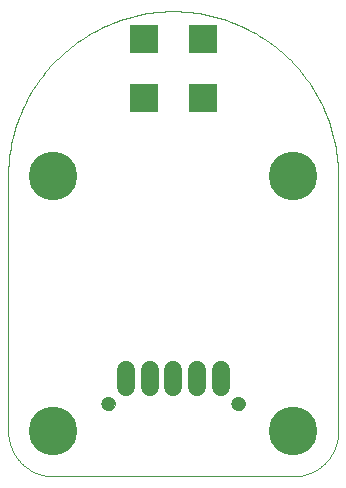
<source format=gbs>
G75*
%MOIN*%
%OFA0B0*%
%FSLAX25Y25*%
%IPPOS*%
%LPD*%
%AMOC8*
5,1,8,0,0,1.08239X$1,22.5*
%
%ADD10C,0.00000*%
%ADD11C,0.16211*%
%ADD12C,0.06000*%
%ADD13C,0.04731*%
%ADD14R,0.09258X0.09258*%
D10*
X0001618Y0018429D02*
X0001618Y0103429D01*
X0032800Y0027661D02*
X0032802Y0027754D01*
X0032808Y0027846D01*
X0032818Y0027938D01*
X0032832Y0028029D01*
X0032849Y0028120D01*
X0032871Y0028210D01*
X0032896Y0028299D01*
X0032925Y0028387D01*
X0032958Y0028473D01*
X0032995Y0028558D01*
X0033035Y0028642D01*
X0033079Y0028723D01*
X0033126Y0028803D01*
X0033176Y0028881D01*
X0033230Y0028956D01*
X0033287Y0029029D01*
X0033347Y0029099D01*
X0033410Y0029167D01*
X0033476Y0029232D01*
X0033544Y0029294D01*
X0033615Y0029354D01*
X0033689Y0029410D01*
X0033765Y0029463D01*
X0033843Y0029512D01*
X0033923Y0029559D01*
X0034005Y0029601D01*
X0034089Y0029641D01*
X0034174Y0029676D01*
X0034261Y0029708D01*
X0034349Y0029737D01*
X0034438Y0029761D01*
X0034528Y0029782D01*
X0034619Y0029798D01*
X0034711Y0029811D01*
X0034803Y0029820D01*
X0034896Y0029825D01*
X0034988Y0029826D01*
X0035081Y0029823D01*
X0035173Y0029816D01*
X0035265Y0029805D01*
X0035356Y0029790D01*
X0035447Y0029772D01*
X0035537Y0029749D01*
X0035625Y0029723D01*
X0035713Y0029693D01*
X0035799Y0029659D01*
X0035883Y0029622D01*
X0035966Y0029580D01*
X0036047Y0029536D01*
X0036127Y0029488D01*
X0036204Y0029437D01*
X0036278Y0029382D01*
X0036351Y0029324D01*
X0036421Y0029264D01*
X0036488Y0029200D01*
X0036552Y0029134D01*
X0036614Y0029064D01*
X0036672Y0028993D01*
X0036727Y0028919D01*
X0036779Y0028842D01*
X0036828Y0028763D01*
X0036874Y0028683D01*
X0036916Y0028600D01*
X0036954Y0028516D01*
X0036989Y0028430D01*
X0037020Y0028343D01*
X0037047Y0028255D01*
X0037070Y0028165D01*
X0037090Y0028075D01*
X0037106Y0027984D01*
X0037118Y0027892D01*
X0037126Y0027800D01*
X0037130Y0027707D01*
X0037130Y0027615D01*
X0037126Y0027522D01*
X0037118Y0027430D01*
X0037106Y0027338D01*
X0037090Y0027247D01*
X0037070Y0027157D01*
X0037047Y0027067D01*
X0037020Y0026979D01*
X0036989Y0026892D01*
X0036954Y0026806D01*
X0036916Y0026722D01*
X0036874Y0026639D01*
X0036828Y0026559D01*
X0036779Y0026480D01*
X0036727Y0026403D01*
X0036672Y0026329D01*
X0036614Y0026258D01*
X0036552Y0026188D01*
X0036488Y0026122D01*
X0036421Y0026058D01*
X0036351Y0025998D01*
X0036278Y0025940D01*
X0036204Y0025885D01*
X0036127Y0025834D01*
X0036048Y0025786D01*
X0035966Y0025742D01*
X0035883Y0025700D01*
X0035799Y0025663D01*
X0035713Y0025629D01*
X0035625Y0025599D01*
X0035537Y0025573D01*
X0035447Y0025550D01*
X0035356Y0025532D01*
X0035265Y0025517D01*
X0035173Y0025506D01*
X0035081Y0025499D01*
X0034988Y0025496D01*
X0034896Y0025497D01*
X0034803Y0025502D01*
X0034711Y0025511D01*
X0034619Y0025524D01*
X0034528Y0025540D01*
X0034438Y0025561D01*
X0034349Y0025585D01*
X0034261Y0025614D01*
X0034174Y0025646D01*
X0034089Y0025681D01*
X0034005Y0025721D01*
X0033923Y0025763D01*
X0033843Y0025810D01*
X0033765Y0025859D01*
X0033689Y0025912D01*
X0033615Y0025968D01*
X0033544Y0026028D01*
X0033476Y0026090D01*
X0033410Y0026155D01*
X0033347Y0026223D01*
X0033287Y0026293D01*
X0033230Y0026366D01*
X0033176Y0026441D01*
X0033126Y0026519D01*
X0033079Y0026599D01*
X0033035Y0026680D01*
X0032995Y0026764D01*
X0032958Y0026849D01*
X0032925Y0026935D01*
X0032896Y0027023D01*
X0032871Y0027112D01*
X0032849Y0027202D01*
X0032832Y0027293D01*
X0032818Y0027384D01*
X0032808Y0027476D01*
X0032802Y0027568D01*
X0032800Y0027661D01*
X0016618Y0003429D02*
X0016256Y0003433D01*
X0015893Y0003447D01*
X0015531Y0003468D01*
X0015170Y0003499D01*
X0014810Y0003538D01*
X0014451Y0003586D01*
X0014093Y0003643D01*
X0013736Y0003708D01*
X0013381Y0003782D01*
X0013028Y0003865D01*
X0012677Y0003956D01*
X0012329Y0004055D01*
X0011983Y0004163D01*
X0011639Y0004279D01*
X0011299Y0004404D01*
X0010962Y0004536D01*
X0010628Y0004677D01*
X0010297Y0004826D01*
X0009970Y0004983D01*
X0009647Y0005147D01*
X0009328Y0005319D01*
X0009014Y0005499D01*
X0008703Y0005687D01*
X0008398Y0005882D01*
X0008097Y0006084D01*
X0007801Y0006294D01*
X0007511Y0006510D01*
X0007225Y0006734D01*
X0006945Y0006964D01*
X0006671Y0007201D01*
X0006403Y0007445D01*
X0006140Y0007695D01*
X0005884Y0007951D01*
X0005634Y0008214D01*
X0005390Y0008482D01*
X0005153Y0008756D01*
X0004923Y0009036D01*
X0004699Y0009322D01*
X0004483Y0009612D01*
X0004273Y0009908D01*
X0004071Y0010209D01*
X0003876Y0010514D01*
X0003688Y0010825D01*
X0003508Y0011139D01*
X0003336Y0011458D01*
X0003172Y0011781D01*
X0003015Y0012108D01*
X0002866Y0012439D01*
X0002725Y0012773D01*
X0002593Y0013110D01*
X0002468Y0013450D01*
X0002352Y0013794D01*
X0002244Y0014140D01*
X0002145Y0014488D01*
X0002054Y0014839D01*
X0001971Y0015192D01*
X0001897Y0015547D01*
X0001832Y0015904D01*
X0001775Y0016262D01*
X0001727Y0016621D01*
X0001688Y0016981D01*
X0001657Y0017342D01*
X0001636Y0017704D01*
X0001622Y0018067D01*
X0001618Y0018429D01*
X0016618Y0003429D02*
X0096618Y0003429D01*
X0096980Y0003433D01*
X0097343Y0003447D01*
X0097705Y0003468D01*
X0098066Y0003499D01*
X0098426Y0003538D01*
X0098785Y0003586D01*
X0099143Y0003643D01*
X0099500Y0003708D01*
X0099855Y0003782D01*
X0100208Y0003865D01*
X0100559Y0003956D01*
X0100907Y0004055D01*
X0101253Y0004163D01*
X0101597Y0004279D01*
X0101937Y0004404D01*
X0102274Y0004536D01*
X0102608Y0004677D01*
X0102939Y0004826D01*
X0103266Y0004983D01*
X0103589Y0005147D01*
X0103908Y0005319D01*
X0104222Y0005499D01*
X0104533Y0005687D01*
X0104838Y0005882D01*
X0105139Y0006084D01*
X0105435Y0006294D01*
X0105725Y0006510D01*
X0106011Y0006734D01*
X0106291Y0006964D01*
X0106565Y0007201D01*
X0106833Y0007445D01*
X0107096Y0007695D01*
X0107352Y0007951D01*
X0107602Y0008214D01*
X0107846Y0008482D01*
X0108083Y0008756D01*
X0108313Y0009036D01*
X0108537Y0009322D01*
X0108753Y0009612D01*
X0108963Y0009908D01*
X0109165Y0010209D01*
X0109360Y0010514D01*
X0109548Y0010825D01*
X0109728Y0011139D01*
X0109900Y0011458D01*
X0110064Y0011781D01*
X0110221Y0012108D01*
X0110370Y0012439D01*
X0110511Y0012773D01*
X0110643Y0013110D01*
X0110768Y0013450D01*
X0110884Y0013794D01*
X0110992Y0014140D01*
X0111091Y0014488D01*
X0111182Y0014839D01*
X0111265Y0015192D01*
X0111339Y0015547D01*
X0111404Y0015904D01*
X0111461Y0016262D01*
X0111509Y0016621D01*
X0111548Y0016981D01*
X0111579Y0017342D01*
X0111600Y0017704D01*
X0111614Y0018067D01*
X0111618Y0018429D01*
X0111618Y0103429D01*
X0076107Y0027661D02*
X0076109Y0027754D01*
X0076115Y0027846D01*
X0076125Y0027938D01*
X0076139Y0028029D01*
X0076156Y0028120D01*
X0076178Y0028210D01*
X0076203Y0028299D01*
X0076232Y0028387D01*
X0076265Y0028473D01*
X0076302Y0028558D01*
X0076342Y0028642D01*
X0076386Y0028723D01*
X0076433Y0028803D01*
X0076483Y0028881D01*
X0076537Y0028956D01*
X0076594Y0029029D01*
X0076654Y0029099D01*
X0076717Y0029167D01*
X0076783Y0029232D01*
X0076851Y0029294D01*
X0076922Y0029354D01*
X0076996Y0029410D01*
X0077072Y0029463D01*
X0077150Y0029512D01*
X0077230Y0029559D01*
X0077312Y0029601D01*
X0077396Y0029641D01*
X0077481Y0029676D01*
X0077568Y0029708D01*
X0077656Y0029737D01*
X0077745Y0029761D01*
X0077835Y0029782D01*
X0077926Y0029798D01*
X0078018Y0029811D01*
X0078110Y0029820D01*
X0078203Y0029825D01*
X0078295Y0029826D01*
X0078388Y0029823D01*
X0078480Y0029816D01*
X0078572Y0029805D01*
X0078663Y0029790D01*
X0078754Y0029772D01*
X0078844Y0029749D01*
X0078932Y0029723D01*
X0079020Y0029693D01*
X0079106Y0029659D01*
X0079190Y0029622D01*
X0079273Y0029580D01*
X0079354Y0029536D01*
X0079434Y0029488D01*
X0079511Y0029437D01*
X0079585Y0029382D01*
X0079658Y0029324D01*
X0079728Y0029264D01*
X0079795Y0029200D01*
X0079859Y0029134D01*
X0079921Y0029064D01*
X0079979Y0028993D01*
X0080034Y0028919D01*
X0080086Y0028842D01*
X0080135Y0028763D01*
X0080181Y0028683D01*
X0080223Y0028600D01*
X0080261Y0028516D01*
X0080296Y0028430D01*
X0080327Y0028343D01*
X0080354Y0028255D01*
X0080377Y0028165D01*
X0080397Y0028075D01*
X0080413Y0027984D01*
X0080425Y0027892D01*
X0080433Y0027800D01*
X0080437Y0027707D01*
X0080437Y0027615D01*
X0080433Y0027522D01*
X0080425Y0027430D01*
X0080413Y0027338D01*
X0080397Y0027247D01*
X0080377Y0027157D01*
X0080354Y0027067D01*
X0080327Y0026979D01*
X0080296Y0026892D01*
X0080261Y0026806D01*
X0080223Y0026722D01*
X0080181Y0026639D01*
X0080135Y0026559D01*
X0080086Y0026480D01*
X0080034Y0026403D01*
X0079979Y0026329D01*
X0079921Y0026258D01*
X0079859Y0026188D01*
X0079795Y0026122D01*
X0079728Y0026058D01*
X0079658Y0025998D01*
X0079585Y0025940D01*
X0079511Y0025885D01*
X0079434Y0025834D01*
X0079355Y0025786D01*
X0079273Y0025742D01*
X0079190Y0025700D01*
X0079106Y0025663D01*
X0079020Y0025629D01*
X0078932Y0025599D01*
X0078844Y0025573D01*
X0078754Y0025550D01*
X0078663Y0025532D01*
X0078572Y0025517D01*
X0078480Y0025506D01*
X0078388Y0025499D01*
X0078295Y0025496D01*
X0078203Y0025497D01*
X0078110Y0025502D01*
X0078018Y0025511D01*
X0077926Y0025524D01*
X0077835Y0025540D01*
X0077745Y0025561D01*
X0077656Y0025585D01*
X0077568Y0025614D01*
X0077481Y0025646D01*
X0077396Y0025681D01*
X0077312Y0025721D01*
X0077230Y0025763D01*
X0077150Y0025810D01*
X0077072Y0025859D01*
X0076996Y0025912D01*
X0076922Y0025968D01*
X0076851Y0026028D01*
X0076783Y0026090D01*
X0076717Y0026155D01*
X0076654Y0026223D01*
X0076594Y0026293D01*
X0076537Y0026366D01*
X0076483Y0026441D01*
X0076433Y0026519D01*
X0076386Y0026599D01*
X0076342Y0026680D01*
X0076302Y0026764D01*
X0076265Y0026849D01*
X0076232Y0026935D01*
X0076203Y0027023D01*
X0076178Y0027112D01*
X0076156Y0027202D01*
X0076139Y0027293D01*
X0076125Y0027384D01*
X0076115Y0027476D01*
X0076109Y0027568D01*
X0076107Y0027661D01*
X0111618Y0103429D02*
X0111602Y0104768D01*
X0111553Y0106107D01*
X0111471Y0107444D01*
X0111357Y0108778D01*
X0111211Y0110110D01*
X0111032Y0111437D01*
X0110821Y0112760D01*
X0110577Y0114077D01*
X0110302Y0115388D01*
X0109995Y0116691D01*
X0109656Y0117987D01*
X0109286Y0119274D01*
X0108885Y0120552D01*
X0108452Y0121820D01*
X0107989Y0123077D01*
X0107495Y0124322D01*
X0106971Y0125555D01*
X0106418Y0126774D01*
X0105834Y0127980D01*
X0105222Y0129171D01*
X0104581Y0130347D01*
X0103911Y0131507D01*
X0103213Y0132650D01*
X0102488Y0133776D01*
X0101735Y0134884D01*
X0100956Y0135974D01*
X0100150Y0137044D01*
X0099319Y0138094D01*
X0098462Y0139123D01*
X0097580Y0140132D01*
X0096675Y0141118D01*
X0095745Y0142082D01*
X0094792Y0143024D01*
X0093817Y0143942D01*
X0092819Y0144835D01*
X0091800Y0145705D01*
X0090760Y0146549D01*
X0089700Y0147367D01*
X0088620Y0148160D01*
X0087522Y0148926D01*
X0086404Y0149665D01*
X0085270Y0150377D01*
X0084118Y0151060D01*
X0082950Y0151716D01*
X0081766Y0152343D01*
X0080568Y0152941D01*
X0079355Y0153509D01*
X0078129Y0154048D01*
X0076890Y0154557D01*
X0075639Y0155035D01*
X0074376Y0155483D01*
X0073104Y0155900D01*
X0071821Y0156286D01*
X0070529Y0156641D01*
X0069229Y0156964D01*
X0067922Y0157255D01*
X0066608Y0157514D01*
X0065288Y0157741D01*
X0063963Y0157936D01*
X0062633Y0158099D01*
X0061300Y0158229D01*
X0059965Y0158327D01*
X0058627Y0158392D01*
X0057288Y0158425D01*
X0055948Y0158425D01*
X0054609Y0158392D01*
X0053271Y0158327D01*
X0051936Y0158229D01*
X0050603Y0158099D01*
X0049273Y0157936D01*
X0047948Y0157741D01*
X0046628Y0157514D01*
X0045314Y0157255D01*
X0044007Y0156964D01*
X0042707Y0156641D01*
X0041415Y0156286D01*
X0040132Y0155900D01*
X0038860Y0155483D01*
X0037597Y0155035D01*
X0036346Y0154557D01*
X0035107Y0154048D01*
X0033881Y0153509D01*
X0032668Y0152941D01*
X0031470Y0152343D01*
X0030286Y0151716D01*
X0029118Y0151060D01*
X0027966Y0150377D01*
X0026832Y0149665D01*
X0025714Y0148926D01*
X0024616Y0148160D01*
X0023536Y0147367D01*
X0022476Y0146549D01*
X0021436Y0145705D01*
X0020417Y0144835D01*
X0019419Y0143942D01*
X0018444Y0143024D01*
X0017491Y0142082D01*
X0016561Y0141118D01*
X0015656Y0140132D01*
X0014774Y0139123D01*
X0013917Y0138094D01*
X0013086Y0137044D01*
X0012280Y0135974D01*
X0011501Y0134884D01*
X0010748Y0133776D01*
X0010023Y0132650D01*
X0009325Y0131507D01*
X0008655Y0130347D01*
X0008014Y0129171D01*
X0007402Y0127980D01*
X0006818Y0126774D01*
X0006265Y0125555D01*
X0005741Y0124322D01*
X0005247Y0123077D01*
X0004784Y0121820D01*
X0004351Y0120552D01*
X0003950Y0119274D01*
X0003580Y0117987D01*
X0003241Y0116691D01*
X0002934Y0115388D01*
X0002659Y0114077D01*
X0002415Y0112760D01*
X0002204Y0111437D01*
X0002025Y0110110D01*
X0001879Y0108778D01*
X0001765Y0107444D01*
X0001683Y0106107D01*
X0001634Y0104768D01*
X0001618Y0103429D01*
D11*
X0016618Y0103429D03*
X0016618Y0018429D03*
X0096618Y0018429D03*
X0096618Y0103429D03*
D12*
X0072366Y0038729D02*
X0072366Y0033129D01*
X0064492Y0033129D02*
X0064492Y0038729D01*
X0056618Y0038729D02*
X0056618Y0033129D01*
X0048744Y0033129D02*
X0048744Y0038729D01*
X0040870Y0038729D02*
X0040870Y0033129D01*
D13*
X0034965Y0027661D03*
X0078272Y0027661D03*
D14*
X0066461Y0129453D03*
X0066461Y0149138D03*
X0046776Y0149138D03*
X0046776Y0129453D03*
M02*

</source>
